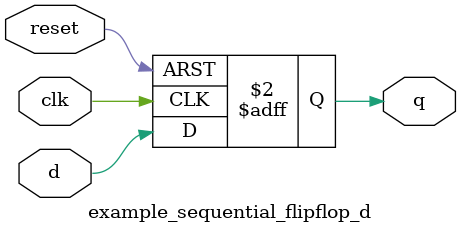
<source format=v>
module example_sequential_flipflop_d(input wire clk, input wire reset, input wire d, output reg q);

always @(posedge clk or posedge reset) begin
    if (reset)
        q <= 1'b0;
    else
        q <= d;
end

endmodule

</source>
